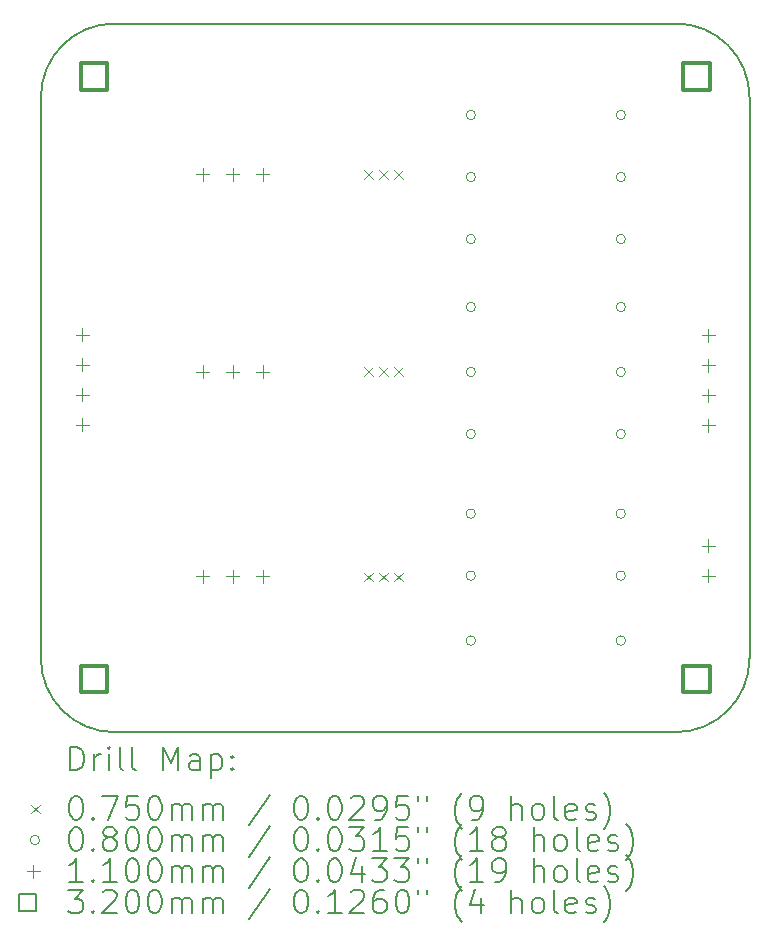
<source format=gbr>
%TF.GenerationSoftware,KiCad,Pcbnew,7.0.8*%
%TF.CreationDate,2023-11-20T10:49:16-05:00*%
%TF.ProjectId,StackLight,53746163-6b4c-4696-9768-742e6b696361,rev?*%
%TF.SameCoordinates,Original*%
%TF.FileFunction,Drillmap*%
%TF.FilePolarity,Positive*%
%FSLAX45Y45*%
G04 Gerber Fmt 4.5, Leading zero omitted, Abs format (unit mm)*
G04 Created by KiCad (PCBNEW 7.0.8) date 2023-11-20 10:49:16*
%MOMM*%
%LPD*%
G01*
G04 APERTURE LIST*
%ADD10C,0.200000*%
%ADD11C,0.075000*%
%ADD12C,0.080000*%
%ADD13C,0.110000*%
%ADD14C,0.320000*%
G04 APERTURE END LIST*
D10*
X16575000Y-7400000D02*
X16575000Y-12150000D01*
X15950000Y-12775000D02*
X11200000Y-12775000D01*
X15950000Y-12775000D02*
G75*
G03*
X16575000Y-12150000I0J625000D01*
G01*
X10575000Y-12150000D02*
G75*
G03*
X11200000Y-12775000I625000J0D01*
G01*
X16575000Y-7400000D02*
G75*
G03*
X15950000Y-6775000I-625000J0D01*
G01*
X10575000Y-12150000D02*
X10575000Y-7400000D01*
X11200000Y-6775000D02*
G75*
G03*
X10575000Y-7400000I0J-625000D01*
G01*
X11200000Y-6775000D02*
X15950000Y-6775000D01*
D11*
X13308500Y-8012500D02*
X13383500Y-8087500D01*
X13383500Y-8012500D02*
X13308500Y-8087500D01*
X13310500Y-9687500D02*
X13385500Y-9762500D01*
X13385500Y-9687500D02*
X13310500Y-9762500D01*
X13310500Y-11423500D02*
X13385500Y-11498500D01*
X13385500Y-11423500D02*
X13310500Y-11498500D01*
X13435500Y-8012500D02*
X13510500Y-8087500D01*
X13510500Y-8012500D02*
X13435500Y-8087500D01*
X13437500Y-9687500D02*
X13512500Y-9762500D01*
X13512500Y-9687500D02*
X13437500Y-9762500D01*
X13437500Y-11423500D02*
X13512500Y-11498500D01*
X13512500Y-11423500D02*
X13437500Y-11498500D01*
X13562500Y-8012500D02*
X13637500Y-8087500D01*
X13637500Y-8012500D02*
X13562500Y-8087500D01*
X13564500Y-9687500D02*
X13639500Y-9762500D01*
X13639500Y-9687500D02*
X13564500Y-9762500D01*
X13564500Y-11423500D02*
X13639500Y-11498500D01*
X13639500Y-11423500D02*
X13564500Y-11498500D01*
D12*
X14255000Y-7550000D02*
G75*
G03*
X14255000Y-7550000I-40000J0D01*
G01*
X14255000Y-8075000D02*
G75*
G03*
X14255000Y-8075000I-40000J0D01*
G01*
X14255000Y-8600000D02*
G75*
G03*
X14255000Y-8600000I-40000J0D01*
G01*
X14255000Y-9175000D02*
G75*
G03*
X14255000Y-9175000I-40000J0D01*
G01*
X14255000Y-9725000D02*
G75*
G03*
X14255000Y-9725000I-40000J0D01*
G01*
X14255000Y-10250000D02*
G75*
G03*
X14255000Y-10250000I-40000J0D01*
G01*
X14255000Y-10925000D02*
G75*
G03*
X14255000Y-10925000I-40000J0D01*
G01*
X14255000Y-11450000D02*
G75*
G03*
X14255000Y-11450000I-40000J0D01*
G01*
X14255000Y-12000000D02*
G75*
G03*
X14255000Y-12000000I-40000J0D01*
G01*
X15525000Y-7550000D02*
G75*
G03*
X15525000Y-7550000I-40000J0D01*
G01*
X15525000Y-8075000D02*
G75*
G03*
X15525000Y-8075000I-40000J0D01*
G01*
X15525000Y-8600000D02*
G75*
G03*
X15525000Y-8600000I-40000J0D01*
G01*
X15525000Y-9175000D02*
G75*
G03*
X15525000Y-9175000I-40000J0D01*
G01*
X15525000Y-9725000D02*
G75*
G03*
X15525000Y-9725000I-40000J0D01*
G01*
X15525000Y-10250000D02*
G75*
G03*
X15525000Y-10250000I-40000J0D01*
G01*
X15525000Y-10925000D02*
G75*
G03*
X15525000Y-10925000I-40000J0D01*
G01*
X15525000Y-11450000D02*
G75*
G03*
X15525000Y-11450000I-40000J0D01*
G01*
X15525000Y-12000000D02*
G75*
G03*
X15525000Y-12000000I-40000J0D01*
G01*
D13*
X10925000Y-9357000D02*
X10925000Y-9467000D01*
X10870000Y-9412000D02*
X10980000Y-9412000D01*
X10925000Y-9611000D02*
X10925000Y-9721000D01*
X10870000Y-9666000D02*
X10980000Y-9666000D01*
X10925000Y-9865000D02*
X10925000Y-9975000D01*
X10870000Y-9920000D02*
X10980000Y-9920000D01*
X10925000Y-10119000D02*
X10925000Y-10229000D01*
X10870000Y-10174000D02*
X10980000Y-10174000D01*
X11946000Y-11400500D02*
X11946000Y-11510500D01*
X11891000Y-11455500D02*
X12001000Y-11455500D01*
X11947000Y-7995000D02*
X11947000Y-8105000D01*
X11892000Y-8050000D02*
X12002000Y-8050000D01*
X11947000Y-9670000D02*
X11947000Y-9780000D01*
X11892000Y-9725000D02*
X12002000Y-9725000D01*
X12200000Y-11400500D02*
X12200000Y-11510500D01*
X12145000Y-11455500D02*
X12255000Y-11455500D01*
X12201000Y-7995000D02*
X12201000Y-8105000D01*
X12146000Y-8050000D02*
X12256000Y-8050000D01*
X12201000Y-9670000D02*
X12201000Y-9780000D01*
X12146000Y-9725000D02*
X12256000Y-9725000D01*
X12454000Y-11400500D02*
X12454000Y-11510500D01*
X12399000Y-11455500D02*
X12509000Y-11455500D01*
X12455000Y-7995000D02*
X12455000Y-8105000D01*
X12400000Y-8050000D02*
X12510000Y-8050000D01*
X12455000Y-9670000D02*
X12455000Y-9780000D01*
X12400000Y-9725000D02*
X12510000Y-9725000D01*
X16225000Y-9358000D02*
X16225000Y-9468000D01*
X16170000Y-9413000D02*
X16280000Y-9413000D01*
X16225000Y-9612000D02*
X16225000Y-9722000D01*
X16170000Y-9667000D02*
X16280000Y-9667000D01*
X16225000Y-9866000D02*
X16225000Y-9976000D01*
X16170000Y-9921000D02*
X16280000Y-9921000D01*
X16225000Y-10120000D02*
X16225000Y-10230000D01*
X16170000Y-10175000D02*
X16280000Y-10175000D01*
X16225000Y-11143000D02*
X16225000Y-11253000D01*
X16170000Y-11198000D02*
X16280000Y-11198000D01*
X16225000Y-11397000D02*
X16225000Y-11507000D01*
X16170000Y-11452000D02*
X16280000Y-11452000D01*
D14*
X11138138Y-7338138D02*
X11138138Y-7111862D01*
X10911862Y-7111862D01*
X10911862Y-7338138D01*
X11138138Y-7338138D01*
X11138138Y-12438138D02*
X11138138Y-12211862D01*
X10911862Y-12211862D01*
X10911862Y-12438138D01*
X11138138Y-12438138D01*
X16238138Y-7338138D02*
X16238138Y-7111862D01*
X16011862Y-7111862D01*
X16011862Y-7338138D01*
X16238138Y-7338138D01*
X16238138Y-12438138D02*
X16238138Y-12211862D01*
X16011862Y-12211862D01*
X16011862Y-12438138D01*
X16238138Y-12438138D01*
D10*
X10825777Y-13096484D02*
X10825777Y-12896484D01*
X10825777Y-12896484D02*
X10873396Y-12896484D01*
X10873396Y-12896484D02*
X10901967Y-12906008D01*
X10901967Y-12906008D02*
X10921015Y-12925055D01*
X10921015Y-12925055D02*
X10930539Y-12944103D01*
X10930539Y-12944103D02*
X10940063Y-12982198D01*
X10940063Y-12982198D02*
X10940063Y-13010769D01*
X10940063Y-13010769D02*
X10930539Y-13048865D01*
X10930539Y-13048865D02*
X10921015Y-13067912D01*
X10921015Y-13067912D02*
X10901967Y-13086960D01*
X10901967Y-13086960D02*
X10873396Y-13096484D01*
X10873396Y-13096484D02*
X10825777Y-13096484D01*
X11025777Y-13096484D02*
X11025777Y-12963150D01*
X11025777Y-13001246D02*
X11035301Y-12982198D01*
X11035301Y-12982198D02*
X11044824Y-12972674D01*
X11044824Y-12972674D02*
X11063872Y-12963150D01*
X11063872Y-12963150D02*
X11082920Y-12963150D01*
X11149586Y-13096484D02*
X11149586Y-12963150D01*
X11149586Y-12896484D02*
X11140063Y-12906008D01*
X11140063Y-12906008D02*
X11149586Y-12915531D01*
X11149586Y-12915531D02*
X11159110Y-12906008D01*
X11159110Y-12906008D02*
X11149586Y-12896484D01*
X11149586Y-12896484D02*
X11149586Y-12915531D01*
X11273396Y-13096484D02*
X11254348Y-13086960D01*
X11254348Y-13086960D02*
X11244824Y-13067912D01*
X11244824Y-13067912D02*
X11244824Y-12896484D01*
X11378158Y-13096484D02*
X11359110Y-13086960D01*
X11359110Y-13086960D02*
X11349586Y-13067912D01*
X11349586Y-13067912D02*
X11349586Y-12896484D01*
X11606729Y-13096484D02*
X11606729Y-12896484D01*
X11606729Y-12896484D02*
X11673396Y-13039341D01*
X11673396Y-13039341D02*
X11740062Y-12896484D01*
X11740062Y-12896484D02*
X11740062Y-13096484D01*
X11921015Y-13096484D02*
X11921015Y-12991722D01*
X11921015Y-12991722D02*
X11911491Y-12972674D01*
X11911491Y-12972674D02*
X11892443Y-12963150D01*
X11892443Y-12963150D02*
X11854348Y-12963150D01*
X11854348Y-12963150D02*
X11835301Y-12972674D01*
X11921015Y-13086960D02*
X11901967Y-13096484D01*
X11901967Y-13096484D02*
X11854348Y-13096484D01*
X11854348Y-13096484D02*
X11835301Y-13086960D01*
X11835301Y-13086960D02*
X11825777Y-13067912D01*
X11825777Y-13067912D02*
X11825777Y-13048865D01*
X11825777Y-13048865D02*
X11835301Y-13029817D01*
X11835301Y-13029817D02*
X11854348Y-13020293D01*
X11854348Y-13020293D02*
X11901967Y-13020293D01*
X11901967Y-13020293D02*
X11921015Y-13010769D01*
X12016253Y-12963150D02*
X12016253Y-13163150D01*
X12016253Y-12972674D02*
X12035301Y-12963150D01*
X12035301Y-12963150D02*
X12073396Y-12963150D01*
X12073396Y-12963150D02*
X12092443Y-12972674D01*
X12092443Y-12972674D02*
X12101967Y-12982198D01*
X12101967Y-12982198D02*
X12111491Y-13001246D01*
X12111491Y-13001246D02*
X12111491Y-13058388D01*
X12111491Y-13058388D02*
X12101967Y-13077436D01*
X12101967Y-13077436D02*
X12092443Y-13086960D01*
X12092443Y-13086960D02*
X12073396Y-13096484D01*
X12073396Y-13096484D02*
X12035301Y-13096484D01*
X12035301Y-13096484D02*
X12016253Y-13086960D01*
X12197205Y-13077436D02*
X12206729Y-13086960D01*
X12206729Y-13086960D02*
X12197205Y-13096484D01*
X12197205Y-13096484D02*
X12187682Y-13086960D01*
X12187682Y-13086960D02*
X12197205Y-13077436D01*
X12197205Y-13077436D02*
X12197205Y-13096484D01*
X12197205Y-12972674D02*
X12206729Y-12982198D01*
X12206729Y-12982198D02*
X12197205Y-12991722D01*
X12197205Y-12991722D02*
X12187682Y-12982198D01*
X12187682Y-12982198D02*
X12197205Y-12972674D01*
X12197205Y-12972674D02*
X12197205Y-12991722D01*
D11*
X10490000Y-13387500D02*
X10565000Y-13462500D01*
X10565000Y-13387500D02*
X10490000Y-13462500D01*
D10*
X10863872Y-13316484D02*
X10882920Y-13316484D01*
X10882920Y-13316484D02*
X10901967Y-13326008D01*
X10901967Y-13326008D02*
X10911491Y-13335531D01*
X10911491Y-13335531D02*
X10921015Y-13354579D01*
X10921015Y-13354579D02*
X10930539Y-13392674D01*
X10930539Y-13392674D02*
X10930539Y-13440293D01*
X10930539Y-13440293D02*
X10921015Y-13478388D01*
X10921015Y-13478388D02*
X10911491Y-13497436D01*
X10911491Y-13497436D02*
X10901967Y-13506960D01*
X10901967Y-13506960D02*
X10882920Y-13516484D01*
X10882920Y-13516484D02*
X10863872Y-13516484D01*
X10863872Y-13516484D02*
X10844824Y-13506960D01*
X10844824Y-13506960D02*
X10835301Y-13497436D01*
X10835301Y-13497436D02*
X10825777Y-13478388D01*
X10825777Y-13478388D02*
X10816253Y-13440293D01*
X10816253Y-13440293D02*
X10816253Y-13392674D01*
X10816253Y-13392674D02*
X10825777Y-13354579D01*
X10825777Y-13354579D02*
X10835301Y-13335531D01*
X10835301Y-13335531D02*
X10844824Y-13326008D01*
X10844824Y-13326008D02*
X10863872Y-13316484D01*
X11016253Y-13497436D02*
X11025777Y-13506960D01*
X11025777Y-13506960D02*
X11016253Y-13516484D01*
X11016253Y-13516484D02*
X11006729Y-13506960D01*
X11006729Y-13506960D02*
X11016253Y-13497436D01*
X11016253Y-13497436D02*
X11016253Y-13516484D01*
X11092444Y-13316484D02*
X11225777Y-13316484D01*
X11225777Y-13316484D02*
X11140063Y-13516484D01*
X11397205Y-13316484D02*
X11301967Y-13316484D01*
X11301967Y-13316484D02*
X11292443Y-13411722D01*
X11292443Y-13411722D02*
X11301967Y-13402198D01*
X11301967Y-13402198D02*
X11321015Y-13392674D01*
X11321015Y-13392674D02*
X11368634Y-13392674D01*
X11368634Y-13392674D02*
X11387682Y-13402198D01*
X11387682Y-13402198D02*
X11397205Y-13411722D01*
X11397205Y-13411722D02*
X11406729Y-13430769D01*
X11406729Y-13430769D02*
X11406729Y-13478388D01*
X11406729Y-13478388D02*
X11397205Y-13497436D01*
X11397205Y-13497436D02*
X11387682Y-13506960D01*
X11387682Y-13506960D02*
X11368634Y-13516484D01*
X11368634Y-13516484D02*
X11321015Y-13516484D01*
X11321015Y-13516484D02*
X11301967Y-13506960D01*
X11301967Y-13506960D02*
X11292443Y-13497436D01*
X11530539Y-13316484D02*
X11549586Y-13316484D01*
X11549586Y-13316484D02*
X11568634Y-13326008D01*
X11568634Y-13326008D02*
X11578158Y-13335531D01*
X11578158Y-13335531D02*
X11587682Y-13354579D01*
X11587682Y-13354579D02*
X11597205Y-13392674D01*
X11597205Y-13392674D02*
X11597205Y-13440293D01*
X11597205Y-13440293D02*
X11587682Y-13478388D01*
X11587682Y-13478388D02*
X11578158Y-13497436D01*
X11578158Y-13497436D02*
X11568634Y-13506960D01*
X11568634Y-13506960D02*
X11549586Y-13516484D01*
X11549586Y-13516484D02*
X11530539Y-13516484D01*
X11530539Y-13516484D02*
X11511491Y-13506960D01*
X11511491Y-13506960D02*
X11501967Y-13497436D01*
X11501967Y-13497436D02*
X11492443Y-13478388D01*
X11492443Y-13478388D02*
X11482920Y-13440293D01*
X11482920Y-13440293D02*
X11482920Y-13392674D01*
X11482920Y-13392674D02*
X11492443Y-13354579D01*
X11492443Y-13354579D02*
X11501967Y-13335531D01*
X11501967Y-13335531D02*
X11511491Y-13326008D01*
X11511491Y-13326008D02*
X11530539Y-13316484D01*
X11682920Y-13516484D02*
X11682920Y-13383150D01*
X11682920Y-13402198D02*
X11692443Y-13392674D01*
X11692443Y-13392674D02*
X11711491Y-13383150D01*
X11711491Y-13383150D02*
X11740063Y-13383150D01*
X11740063Y-13383150D02*
X11759110Y-13392674D01*
X11759110Y-13392674D02*
X11768634Y-13411722D01*
X11768634Y-13411722D02*
X11768634Y-13516484D01*
X11768634Y-13411722D02*
X11778158Y-13392674D01*
X11778158Y-13392674D02*
X11797205Y-13383150D01*
X11797205Y-13383150D02*
X11825777Y-13383150D01*
X11825777Y-13383150D02*
X11844824Y-13392674D01*
X11844824Y-13392674D02*
X11854348Y-13411722D01*
X11854348Y-13411722D02*
X11854348Y-13516484D01*
X11949586Y-13516484D02*
X11949586Y-13383150D01*
X11949586Y-13402198D02*
X11959110Y-13392674D01*
X11959110Y-13392674D02*
X11978158Y-13383150D01*
X11978158Y-13383150D02*
X12006729Y-13383150D01*
X12006729Y-13383150D02*
X12025777Y-13392674D01*
X12025777Y-13392674D02*
X12035301Y-13411722D01*
X12035301Y-13411722D02*
X12035301Y-13516484D01*
X12035301Y-13411722D02*
X12044824Y-13392674D01*
X12044824Y-13392674D02*
X12063872Y-13383150D01*
X12063872Y-13383150D02*
X12092443Y-13383150D01*
X12092443Y-13383150D02*
X12111491Y-13392674D01*
X12111491Y-13392674D02*
X12121015Y-13411722D01*
X12121015Y-13411722D02*
X12121015Y-13516484D01*
X12511491Y-13306960D02*
X12340063Y-13564103D01*
X12768634Y-13316484D02*
X12787682Y-13316484D01*
X12787682Y-13316484D02*
X12806729Y-13326008D01*
X12806729Y-13326008D02*
X12816253Y-13335531D01*
X12816253Y-13335531D02*
X12825777Y-13354579D01*
X12825777Y-13354579D02*
X12835301Y-13392674D01*
X12835301Y-13392674D02*
X12835301Y-13440293D01*
X12835301Y-13440293D02*
X12825777Y-13478388D01*
X12825777Y-13478388D02*
X12816253Y-13497436D01*
X12816253Y-13497436D02*
X12806729Y-13506960D01*
X12806729Y-13506960D02*
X12787682Y-13516484D01*
X12787682Y-13516484D02*
X12768634Y-13516484D01*
X12768634Y-13516484D02*
X12749586Y-13506960D01*
X12749586Y-13506960D02*
X12740063Y-13497436D01*
X12740063Y-13497436D02*
X12730539Y-13478388D01*
X12730539Y-13478388D02*
X12721015Y-13440293D01*
X12721015Y-13440293D02*
X12721015Y-13392674D01*
X12721015Y-13392674D02*
X12730539Y-13354579D01*
X12730539Y-13354579D02*
X12740063Y-13335531D01*
X12740063Y-13335531D02*
X12749586Y-13326008D01*
X12749586Y-13326008D02*
X12768634Y-13316484D01*
X12921015Y-13497436D02*
X12930539Y-13506960D01*
X12930539Y-13506960D02*
X12921015Y-13516484D01*
X12921015Y-13516484D02*
X12911491Y-13506960D01*
X12911491Y-13506960D02*
X12921015Y-13497436D01*
X12921015Y-13497436D02*
X12921015Y-13516484D01*
X13054348Y-13316484D02*
X13073396Y-13316484D01*
X13073396Y-13316484D02*
X13092444Y-13326008D01*
X13092444Y-13326008D02*
X13101967Y-13335531D01*
X13101967Y-13335531D02*
X13111491Y-13354579D01*
X13111491Y-13354579D02*
X13121015Y-13392674D01*
X13121015Y-13392674D02*
X13121015Y-13440293D01*
X13121015Y-13440293D02*
X13111491Y-13478388D01*
X13111491Y-13478388D02*
X13101967Y-13497436D01*
X13101967Y-13497436D02*
X13092444Y-13506960D01*
X13092444Y-13506960D02*
X13073396Y-13516484D01*
X13073396Y-13516484D02*
X13054348Y-13516484D01*
X13054348Y-13516484D02*
X13035301Y-13506960D01*
X13035301Y-13506960D02*
X13025777Y-13497436D01*
X13025777Y-13497436D02*
X13016253Y-13478388D01*
X13016253Y-13478388D02*
X13006729Y-13440293D01*
X13006729Y-13440293D02*
X13006729Y-13392674D01*
X13006729Y-13392674D02*
X13016253Y-13354579D01*
X13016253Y-13354579D02*
X13025777Y-13335531D01*
X13025777Y-13335531D02*
X13035301Y-13326008D01*
X13035301Y-13326008D02*
X13054348Y-13316484D01*
X13197206Y-13335531D02*
X13206729Y-13326008D01*
X13206729Y-13326008D02*
X13225777Y-13316484D01*
X13225777Y-13316484D02*
X13273396Y-13316484D01*
X13273396Y-13316484D02*
X13292444Y-13326008D01*
X13292444Y-13326008D02*
X13301967Y-13335531D01*
X13301967Y-13335531D02*
X13311491Y-13354579D01*
X13311491Y-13354579D02*
X13311491Y-13373627D01*
X13311491Y-13373627D02*
X13301967Y-13402198D01*
X13301967Y-13402198D02*
X13187682Y-13516484D01*
X13187682Y-13516484D02*
X13311491Y-13516484D01*
X13406729Y-13516484D02*
X13444825Y-13516484D01*
X13444825Y-13516484D02*
X13463872Y-13506960D01*
X13463872Y-13506960D02*
X13473396Y-13497436D01*
X13473396Y-13497436D02*
X13492444Y-13468865D01*
X13492444Y-13468865D02*
X13501967Y-13430769D01*
X13501967Y-13430769D02*
X13501967Y-13354579D01*
X13501967Y-13354579D02*
X13492444Y-13335531D01*
X13492444Y-13335531D02*
X13482920Y-13326008D01*
X13482920Y-13326008D02*
X13463872Y-13316484D01*
X13463872Y-13316484D02*
X13425777Y-13316484D01*
X13425777Y-13316484D02*
X13406729Y-13326008D01*
X13406729Y-13326008D02*
X13397206Y-13335531D01*
X13397206Y-13335531D02*
X13387682Y-13354579D01*
X13387682Y-13354579D02*
X13387682Y-13402198D01*
X13387682Y-13402198D02*
X13397206Y-13421246D01*
X13397206Y-13421246D02*
X13406729Y-13430769D01*
X13406729Y-13430769D02*
X13425777Y-13440293D01*
X13425777Y-13440293D02*
X13463872Y-13440293D01*
X13463872Y-13440293D02*
X13482920Y-13430769D01*
X13482920Y-13430769D02*
X13492444Y-13421246D01*
X13492444Y-13421246D02*
X13501967Y-13402198D01*
X13682920Y-13316484D02*
X13587682Y-13316484D01*
X13587682Y-13316484D02*
X13578158Y-13411722D01*
X13578158Y-13411722D02*
X13587682Y-13402198D01*
X13587682Y-13402198D02*
X13606729Y-13392674D01*
X13606729Y-13392674D02*
X13654348Y-13392674D01*
X13654348Y-13392674D02*
X13673396Y-13402198D01*
X13673396Y-13402198D02*
X13682920Y-13411722D01*
X13682920Y-13411722D02*
X13692444Y-13430769D01*
X13692444Y-13430769D02*
X13692444Y-13478388D01*
X13692444Y-13478388D02*
X13682920Y-13497436D01*
X13682920Y-13497436D02*
X13673396Y-13506960D01*
X13673396Y-13506960D02*
X13654348Y-13516484D01*
X13654348Y-13516484D02*
X13606729Y-13516484D01*
X13606729Y-13516484D02*
X13587682Y-13506960D01*
X13587682Y-13506960D02*
X13578158Y-13497436D01*
X13768634Y-13316484D02*
X13768634Y-13354579D01*
X13844825Y-13316484D02*
X13844825Y-13354579D01*
X14140063Y-13592674D02*
X14130539Y-13583150D01*
X14130539Y-13583150D02*
X14111491Y-13554579D01*
X14111491Y-13554579D02*
X14101968Y-13535531D01*
X14101968Y-13535531D02*
X14092444Y-13506960D01*
X14092444Y-13506960D02*
X14082920Y-13459341D01*
X14082920Y-13459341D02*
X14082920Y-13421246D01*
X14082920Y-13421246D02*
X14092444Y-13373627D01*
X14092444Y-13373627D02*
X14101968Y-13345055D01*
X14101968Y-13345055D02*
X14111491Y-13326008D01*
X14111491Y-13326008D02*
X14130539Y-13297436D01*
X14130539Y-13297436D02*
X14140063Y-13287912D01*
X14225777Y-13516484D02*
X14263872Y-13516484D01*
X14263872Y-13516484D02*
X14282920Y-13506960D01*
X14282920Y-13506960D02*
X14292444Y-13497436D01*
X14292444Y-13497436D02*
X14311491Y-13468865D01*
X14311491Y-13468865D02*
X14321015Y-13430769D01*
X14321015Y-13430769D02*
X14321015Y-13354579D01*
X14321015Y-13354579D02*
X14311491Y-13335531D01*
X14311491Y-13335531D02*
X14301968Y-13326008D01*
X14301968Y-13326008D02*
X14282920Y-13316484D01*
X14282920Y-13316484D02*
X14244825Y-13316484D01*
X14244825Y-13316484D02*
X14225777Y-13326008D01*
X14225777Y-13326008D02*
X14216253Y-13335531D01*
X14216253Y-13335531D02*
X14206729Y-13354579D01*
X14206729Y-13354579D02*
X14206729Y-13402198D01*
X14206729Y-13402198D02*
X14216253Y-13421246D01*
X14216253Y-13421246D02*
X14225777Y-13430769D01*
X14225777Y-13430769D02*
X14244825Y-13440293D01*
X14244825Y-13440293D02*
X14282920Y-13440293D01*
X14282920Y-13440293D02*
X14301968Y-13430769D01*
X14301968Y-13430769D02*
X14311491Y-13421246D01*
X14311491Y-13421246D02*
X14321015Y-13402198D01*
X14559110Y-13516484D02*
X14559110Y-13316484D01*
X14644825Y-13516484D02*
X14644825Y-13411722D01*
X14644825Y-13411722D02*
X14635301Y-13392674D01*
X14635301Y-13392674D02*
X14616253Y-13383150D01*
X14616253Y-13383150D02*
X14587682Y-13383150D01*
X14587682Y-13383150D02*
X14568634Y-13392674D01*
X14568634Y-13392674D02*
X14559110Y-13402198D01*
X14768634Y-13516484D02*
X14749587Y-13506960D01*
X14749587Y-13506960D02*
X14740063Y-13497436D01*
X14740063Y-13497436D02*
X14730539Y-13478388D01*
X14730539Y-13478388D02*
X14730539Y-13421246D01*
X14730539Y-13421246D02*
X14740063Y-13402198D01*
X14740063Y-13402198D02*
X14749587Y-13392674D01*
X14749587Y-13392674D02*
X14768634Y-13383150D01*
X14768634Y-13383150D02*
X14797206Y-13383150D01*
X14797206Y-13383150D02*
X14816253Y-13392674D01*
X14816253Y-13392674D02*
X14825777Y-13402198D01*
X14825777Y-13402198D02*
X14835301Y-13421246D01*
X14835301Y-13421246D02*
X14835301Y-13478388D01*
X14835301Y-13478388D02*
X14825777Y-13497436D01*
X14825777Y-13497436D02*
X14816253Y-13506960D01*
X14816253Y-13506960D02*
X14797206Y-13516484D01*
X14797206Y-13516484D02*
X14768634Y-13516484D01*
X14949587Y-13516484D02*
X14930539Y-13506960D01*
X14930539Y-13506960D02*
X14921015Y-13487912D01*
X14921015Y-13487912D02*
X14921015Y-13316484D01*
X15101968Y-13506960D02*
X15082920Y-13516484D01*
X15082920Y-13516484D02*
X15044825Y-13516484D01*
X15044825Y-13516484D02*
X15025777Y-13506960D01*
X15025777Y-13506960D02*
X15016253Y-13487912D01*
X15016253Y-13487912D02*
X15016253Y-13411722D01*
X15016253Y-13411722D02*
X15025777Y-13392674D01*
X15025777Y-13392674D02*
X15044825Y-13383150D01*
X15044825Y-13383150D02*
X15082920Y-13383150D01*
X15082920Y-13383150D02*
X15101968Y-13392674D01*
X15101968Y-13392674D02*
X15111491Y-13411722D01*
X15111491Y-13411722D02*
X15111491Y-13430769D01*
X15111491Y-13430769D02*
X15016253Y-13449817D01*
X15187682Y-13506960D02*
X15206730Y-13516484D01*
X15206730Y-13516484D02*
X15244825Y-13516484D01*
X15244825Y-13516484D02*
X15263872Y-13506960D01*
X15263872Y-13506960D02*
X15273396Y-13487912D01*
X15273396Y-13487912D02*
X15273396Y-13478388D01*
X15273396Y-13478388D02*
X15263872Y-13459341D01*
X15263872Y-13459341D02*
X15244825Y-13449817D01*
X15244825Y-13449817D02*
X15216253Y-13449817D01*
X15216253Y-13449817D02*
X15197206Y-13440293D01*
X15197206Y-13440293D02*
X15187682Y-13421246D01*
X15187682Y-13421246D02*
X15187682Y-13411722D01*
X15187682Y-13411722D02*
X15197206Y-13392674D01*
X15197206Y-13392674D02*
X15216253Y-13383150D01*
X15216253Y-13383150D02*
X15244825Y-13383150D01*
X15244825Y-13383150D02*
X15263872Y-13392674D01*
X15340063Y-13592674D02*
X15349587Y-13583150D01*
X15349587Y-13583150D02*
X15368634Y-13554579D01*
X15368634Y-13554579D02*
X15378158Y-13535531D01*
X15378158Y-13535531D02*
X15387682Y-13506960D01*
X15387682Y-13506960D02*
X15397206Y-13459341D01*
X15397206Y-13459341D02*
X15397206Y-13421246D01*
X15397206Y-13421246D02*
X15387682Y-13373627D01*
X15387682Y-13373627D02*
X15378158Y-13345055D01*
X15378158Y-13345055D02*
X15368634Y-13326008D01*
X15368634Y-13326008D02*
X15349587Y-13297436D01*
X15349587Y-13297436D02*
X15340063Y-13287912D01*
D12*
X10565000Y-13689000D02*
G75*
G03*
X10565000Y-13689000I-40000J0D01*
G01*
D10*
X10863872Y-13580484D02*
X10882920Y-13580484D01*
X10882920Y-13580484D02*
X10901967Y-13590008D01*
X10901967Y-13590008D02*
X10911491Y-13599531D01*
X10911491Y-13599531D02*
X10921015Y-13618579D01*
X10921015Y-13618579D02*
X10930539Y-13656674D01*
X10930539Y-13656674D02*
X10930539Y-13704293D01*
X10930539Y-13704293D02*
X10921015Y-13742388D01*
X10921015Y-13742388D02*
X10911491Y-13761436D01*
X10911491Y-13761436D02*
X10901967Y-13770960D01*
X10901967Y-13770960D02*
X10882920Y-13780484D01*
X10882920Y-13780484D02*
X10863872Y-13780484D01*
X10863872Y-13780484D02*
X10844824Y-13770960D01*
X10844824Y-13770960D02*
X10835301Y-13761436D01*
X10835301Y-13761436D02*
X10825777Y-13742388D01*
X10825777Y-13742388D02*
X10816253Y-13704293D01*
X10816253Y-13704293D02*
X10816253Y-13656674D01*
X10816253Y-13656674D02*
X10825777Y-13618579D01*
X10825777Y-13618579D02*
X10835301Y-13599531D01*
X10835301Y-13599531D02*
X10844824Y-13590008D01*
X10844824Y-13590008D02*
X10863872Y-13580484D01*
X11016253Y-13761436D02*
X11025777Y-13770960D01*
X11025777Y-13770960D02*
X11016253Y-13780484D01*
X11016253Y-13780484D02*
X11006729Y-13770960D01*
X11006729Y-13770960D02*
X11016253Y-13761436D01*
X11016253Y-13761436D02*
X11016253Y-13780484D01*
X11140063Y-13666198D02*
X11121015Y-13656674D01*
X11121015Y-13656674D02*
X11111491Y-13647150D01*
X11111491Y-13647150D02*
X11101967Y-13628103D01*
X11101967Y-13628103D02*
X11101967Y-13618579D01*
X11101967Y-13618579D02*
X11111491Y-13599531D01*
X11111491Y-13599531D02*
X11121015Y-13590008D01*
X11121015Y-13590008D02*
X11140063Y-13580484D01*
X11140063Y-13580484D02*
X11178158Y-13580484D01*
X11178158Y-13580484D02*
X11197205Y-13590008D01*
X11197205Y-13590008D02*
X11206729Y-13599531D01*
X11206729Y-13599531D02*
X11216253Y-13618579D01*
X11216253Y-13618579D02*
X11216253Y-13628103D01*
X11216253Y-13628103D02*
X11206729Y-13647150D01*
X11206729Y-13647150D02*
X11197205Y-13656674D01*
X11197205Y-13656674D02*
X11178158Y-13666198D01*
X11178158Y-13666198D02*
X11140063Y-13666198D01*
X11140063Y-13666198D02*
X11121015Y-13675722D01*
X11121015Y-13675722D02*
X11111491Y-13685246D01*
X11111491Y-13685246D02*
X11101967Y-13704293D01*
X11101967Y-13704293D02*
X11101967Y-13742388D01*
X11101967Y-13742388D02*
X11111491Y-13761436D01*
X11111491Y-13761436D02*
X11121015Y-13770960D01*
X11121015Y-13770960D02*
X11140063Y-13780484D01*
X11140063Y-13780484D02*
X11178158Y-13780484D01*
X11178158Y-13780484D02*
X11197205Y-13770960D01*
X11197205Y-13770960D02*
X11206729Y-13761436D01*
X11206729Y-13761436D02*
X11216253Y-13742388D01*
X11216253Y-13742388D02*
X11216253Y-13704293D01*
X11216253Y-13704293D02*
X11206729Y-13685246D01*
X11206729Y-13685246D02*
X11197205Y-13675722D01*
X11197205Y-13675722D02*
X11178158Y-13666198D01*
X11340062Y-13580484D02*
X11359110Y-13580484D01*
X11359110Y-13580484D02*
X11378158Y-13590008D01*
X11378158Y-13590008D02*
X11387682Y-13599531D01*
X11387682Y-13599531D02*
X11397205Y-13618579D01*
X11397205Y-13618579D02*
X11406729Y-13656674D01*
X11406729Y-13656674D02*
X11406729Y-13704293D01*
X11406729Y-13704293D02*
X11397205Y-13742388D01*
X11397205Y-13742388D02*
X11387682Y-13761436D01*
X11387682Y-13761436D02*
X11378158Y-13770960D01*
X11378158Y-13770960D02*
X11359110Y-13780484D01*
X11359110Y-13780484D02*
X11340062Y-13780484D01*
X11340062Y-13780484D02*
X11321015Y-13770960D01*
X11321015Y-13770960D02*
X11311491Y-13761436D01*
X11311491Y-13761436D02*
X11301967Y-13742388D01*
X11301967Y-13742388D02*
X11292443Y-13704293D01*
X11292443Y-13704293D02*
X11292443Y-13656674D01*
X11292443Y-13656674D02*
X11301967Y-13618579D01*
X11301967Y-13618579D02*
X11311491Y-13599531D01*
X11311491Y-13599531D02*
X11321015Y-13590008D01*
X11321015Y-13590008D02*
X11340062Y-13580484D01*
X11530539Y-13580484D02*
X11549586Y-13580484D01*
X11549586Y-13580484D02*
X11568634Y-13590008D01*
X11568634Y-13590008D02*
X11578158Y-13599531D01*
X11578158Y-13599531D02*
X11587682Y-13618579D01*
X11587682Y-13618579D02*
X11597205Y-13656674D01*
X11597205Y-13656674D02*
X11597205Y-13704293D01*
X11597205Y-13704293D02*
X11587682Y-13742388D01*
X11587682Y-13742388D02*
X11578158Y-13761436D01*
X11578158Y-13761436D02*
X11568634Y-13770960D01*
X11568634Y-13770960D02*
X11549586Y-13780484D01*
X11549586Y-13780484D02*
X11530539Y-13780484D01*
X11530539Y-13780484D02*
X11511491Y-13770960D01*
X11511491Y-13770960D02*
X11501967Y-13761436D01*
X11501967Y-13761436D02*
X11492443Y-13742388D01*
X11492443Y-13742388D02*
X11482920Y-13704293D01*
X11482920Y-13704293D02*
X11482920Y-13656674D01*
X11482920Y-13656674D02*
X11492443Y-13618579D01*
X11492443Y-13618579D02*
X11501967Y-13599531D01*
X11501967Y-13599531D02*
X11511491Y-13590008D01*
X11511491Y-13590008D02*
X11530539Y-13580484D01*
X11682920Y-13780484D02*
X11682920Y-13647150D01*
X11682920Y-13666198D02*
X11692443Y-13656674D01*
X11692443Y-13656674D02*
X11711491Y-13647150D01*
X11711491Y-13647150D02*
X11740063Y-13647150D01*
X11740063Y-13647150D02*
X11759110Y-13656674D01*
X11759110Y-13656674D02*
X11768634Y-13675722D01*
X11768634Y-13675722D02*
X11768634Y-13780484D01*
X11768634Y-13675722D02*
X11778158Y-13656674D01*
X11778158Y-13656674D02*
X11797205Y-13647150D01*
X11797205Y-13647150D02*
X11825777Y-13647150D01*
X11825777Y-13647150D02*
X11844824Y-13656674D01*
X11844824Y-13656674D02*
X11854348Y-13675722D01*
X11854348Y-13675722D02*
X11854348Y-13780484D01*
X11949586Y-13780484D02*
X11949586Y-13647150D01*
X11949586Y-13666198D02*
X11959110Y-13656674D01*
X11959110Y-13656674D02*
X11978158Y-13647150D01*
X11978158Y-13647150D02*
X12006729Y-13647150D01*
X12006729Y-13647150D02*
X12025777Y-13656674D01*
X12025777Y-13656674D02*
X12035301Y-13675722D01*
X12035301Y-13675722D02*
X12035301Y-13780484D01*
X12035301Y-13675722D02*
X12044824Y-13656674D01*
X12044824Y-13656674D02*
X12063872Y-13647150D01*
X12063872Y-13647150D02*
X12092443Y-13647150D01*
X12092443Y-13647150D02*
X12111491Y-13656674D01*
X12111491Y-13656674D02*
X12121015Y-13675722D01*
X12121015Y-13675722D02*
X12121015Y-13780484D01*
X12511491Y-13570960D02*
X12340063Y-13828103D01*
X12768634Y-13580484D02*
X12787682Y-13580484D01*
X12787682Y-13580484D02*
X12806729Y-13590008D01*
X12806729Y-13590008D02*
X12816253Y-13599531D01*
X12816253Y-13599531D02*
X12825777Y-13618579D01*
X12825777Y-13618579D02*
X12835301Y-13656674D01*
X12835301Y-13656674D02*
X12835301Y-13704293D01*
X12835301Y-13704293D02*
X12825777Y-13742388D01*
X12825777Y-13742388D02*
X12816253Y-13761436D01*
X12816253Y-13761436D02*
X12806729Y-13770960D01*
X12806729Y-13770960D02*
X12787682Y-13780484D01*
X12787682Y-13780484D02*
X12768634Y-13780484D01*
X12768634Y-13780484D02*
X12749586Y-13770960D01*
X12749586Y-13770960D02*
X12740063Y-13761436D01*
X12740063Y-13761436D02*
X12730539Y-13742388D01*
X12730539Y-13742388D02*
X12721015Y-13704293D01*
X12721015Y-13704293D02*
X12721015Y-13656674D01*
X12721015Y-13656674D02*
X12730539Y-13618579D01*
X12730539Y-13618579D02*
X12740063Y-13599531D01*
X12740063Y-13599531D02*
X12749586Y-13590008D01*
X12749586Y-13590008D02*
X12768634Y-13580484D01*
X12921015Y-13761436D02*
X12930539Y-13770960D01*
X12930539Y-13770960D02*
X12921015Y-13780484D01*
X12921015Y-13780484D02*
X12911491Y-13770960D01*
X12911491Y-13770960D02*
X12921015Y-13761436D01*
X12921015Y-13761436D02*
X12921015Y-13780484D01*
X13054348Y-13580484D02*
X13073396Y-13580484D01*
X13073396Y-13580484D02*
X13092444Y-13590008D01*
X13092444Y-13590008D02*
X13101967Y-13599531D01*
X13101967Y-13599531D02*
X13111491Y-13618579D01*
X13111491Y-13618579D02*
X13121015Y-13656674D01*
X13121015Y-13656674D02*
X13121015Y-13704293D01*
X13121015Y-13704293D02*
X13111491Y-13742388D01*
X13111491Y-13742388D02*
X13101967Y-13761436D01*
X13101967Y-13761436D02*
X13092444Y-13770960D01*
X13092444Y-13770960D02*
X13073396Y-13780484D01*
X13073396Y-13780484D02*
X13054348Y-13780484D01*
X13054348Y-13780484D02*
X13035301Y-13770960D01*
X13035301Y-13770960D02*
X13025777Y-13761436D01*
X13025777Y-13761436D02*
X13016253Y-13742388D01*
X13016253Y-13742388D02*
X13006729Y-13704293D01*
X13006729Y-13704293D02*
X13006729Y-13656674D01*
X13006729Y-13656674D02*
X13016253Y-13618579D01*
X13016253Y-13618579D02*
X13025777Y-13599531D01*
X13025777Y-13599531D02*
X13035301Y-13590008D01*
X13035301Y-13590008D02*
X13054348Y-13580484D01*
X13187682Y-13580484D02*
X13311491Y-13580484D01*
X13311491Y-13580484D02*
X13244825Y-13656674D01*
X13244825Y-13656674D02*
X13273396Y-13656674D01*
X13273396Y-13656674D02*
X13292444Y-13666198D01*
X13292444Y-13666198D02*
X13301967Y-13675722D01*
X13301967Y-13675722D02*
X13311491Y-13694769D01*
X13311491Y-13694769D02*
X13311491Y-13742388D01*
X13311491Y-13742388D02*
X13301967Y-13761436D01*
X13301967Y-13761436D02*
X13292444Y-13770960D01*
X13292444Y-13770960D02*
X13273396Y-13780484D01*
X13273396Y-13780484D02*
X13216253Y-13780484D01*
X13216253Y-13780484D02*
X13197206Y-13770960D01*
X13197206Y-13770960D02*
X13187682Y-13761436D01*
X13501967Y-13780484D02*
X13387682Y-13780484D01*
X13444825Y-13780484D02*
X13444825Y-13580484D01*
X13444825Y-13580484D02*
X13425777Y-13609055D01*
X13425777Y-13609055D02*
X13406729Y-13628103D01*
X13406729Y-13628103D02*
X13387682Y-13637627D01*
X13682920Y-13580484D02*
X13587682Y-13580484D01*
X13587682Y-13580484D02*
X13578158Y-13675722D01*
X13578158Y-13675722D02*
X13587682Y-13666198D01*
X13587682Y-13666198D02*
X13606729Y-13656674D01*
X13606729Y-13656674D02*
X13654348Y-13656674D01*
X13654348Y-13656674D02*
X13673396Y-13666198D01*
X13673396Y-13666198D02*
X13682920Y-13675722D01*
X13682920Y-13675722D02*
X13692444Y-13694769D01*
X13692444Y-13694769D02*
X13692444Y-13742388D01*
X13692444Y-13742388D02*
X13682920Y-13761436D01*
X13682920Y-13761436D02*
X13673396Y-13770960D01*
X13673396Y-13770960D02*
X13654348Y-13780484D01*
X13654348Y-13780484D02*
X13606729Y-13780484D01*
X13606729Y-13780484D02*
X13587682Y-13770960D01*
X13587682Y-13770960D02*
X13578158Y-13761436D01*
X13768634Y-13580484D02*
X13768634Y-13618579D01*
X13844825Y-13580484D02*
X13844825Y-13618579D01*
X14140063Y-13856674D02*
X14130539Y-13847150D01*
X14130539Y-13847150D02*
X14111491Y-13818579D01*
X14111491Y-13818579D02*
X14101968Y-13799531D01*
X14101968Y-13799531D02*
X14092444Y-13770960D01*
X14092444Y-13770960D02*
X14082920Y-13723341D01*
X14082920Y-13723341D02*
X14082920Y-13685246D01*
X14082920Y-13685246D02*
X14092444Y-13637627D01*
X14092444Y-13637627D02*
X14101968Y-13609055D01*
X14101968Y-13609055D02*
X14111491Y-13590008D01*
X14111491Y-13590008D02*
X14130539Y-13561436D01*
X14130539Y-13561436D02*
X14140063Y-13551912D01*
X14321015Y-13780484D02*
X14206729Y-13780484D01*
X14263872Y-13780484D02*
X14263872Y-13580484D01*
X14263872Y-13580484D02*
X14244825Y-13609055D01*
X14244825Y-13609055D02*
X14225777Y-13628103D01*
X14225777Y-13628103D02*
X14206729Y-13637627D01*
X14435301Y-13666198D02*
X14416253Y-13656674D01*
X14416253Y-13656674D02*
X14406729Y-13647150D01*
X14406729Y-13647150D02*
X14397206Y-13628103D01*
X14397206Y-13628103D02*
X14397206Y-13618579D01*
X14397206Y-13618579D02*
X14406729Y-13599531D01*
X14406729Y-13599531D02*
X14416253Y-13590008D01*
X14416253Y-13590008D02*
X14435301Y-13580484D01*
X14435301Y-13580484D02*
X14473396Y-13580484D01*
X14473396Y-13580484D02*
X14492444Y-13590008D01*
X14492444Y-13590008D02*
X14501968Y-13599531D01*
X14501968Y-13599531D02*
X14511491Y-13618579D01*
X14511491Y-13618579D02*
X14511491Y-13628103D01*
X14511491Y-13628103D02*
X14501968Y-13647150D01*
X14501968Y-13647150D02*
X14492444Y-13656674D01*
X14492444Y-13656674D02*
X14473396Y-13666198D01*
X14473396Y-13666198D02*
X14435301Y-13666198D01*
X14435301Y-13666198D02*
X14416253Y-13675722D01*
X14416253Y-13675722D02*
X14406729Y-13685246D01*
X14406729Y-13685246D02*
X14397206Y-13704293D01*
X14397206Y-13704293D02*
X14397206Y-13742388D01*
X14397206Y-13742388D02*
X14406729Y-13761436D01*
X14406729Y-13761436D02*
X14416253Y-13770960D01*
X14416253Y-13770960D02*
X14435301Y-13780484D01*
X14435301Y-13780484D02*
X14473396Y-13780484D01*
X14473396Y-13780484D02*
X14492444Y-13770960D01*
X14492444Y-13770960D02*
X14501968Y-13761436D01*
X14501968Y-13761436D02*
X14511491Y-13742388D01*
X14511491Y-13742388D02*
X14511491Y-13704293D01*
X14511491Y-13704293D02*
X14501968Y-13685246D01*
X14501968Y-13685246D02*
X14492444Y-13675722D01*
X14492444Y-13675722D02*
X14473396Y-13666198D01*
X14749587Y-13780484D02*
X14749587Y-13580484D01*
X14835301Y-13780484D02*
X14835301Y-13675722D01*
X14835301Y-13675722D02*
X14825777Y-13656674D01*
X14825777Y-13656674D02*
X14806730Y-13647150D01*
X14806730Y-13647150D02*
X14778158Y-13647150D01*
X14778158Y-13647150D02*
X14759110Y-13656674D01*
X14759110Y-13656674D02*
X14749587Y-13666198D01*
X14959110Y-13780484D02*
X14940063Y-13770960D01*
X14940063Y-13770960D02*
X14930539Y-13761436D01*
X14930539Y-13761436D02*
X14921015Y-13742388D01*
X14921015Y-13742388D02*
X14921015Y-13685246D01*
X14921015Y-13685246D02*
X14930539Y-13666198D01*
X14930539Y-13666198D02*
X14940063Y-13656674D01*
X14940063Y-13656674D02*
X14959110Y-13647150D01*
X14959110Y-13647150D02*
X14987682Y-13647150D01*
X14987682Y-13647150D02*
X15006730Y-13656674D01*
X15006730Y-13656674D02*
X15016253Y-13666198D01*
X15016253Y-13666198D02*
X15025777Y-13685246D01*
X15025777Y-13685246D02*
X15025777Y-13742388D01*
X15025777Y-13742388D02*
X15016253Y-13761436D01*
X15016253Y-13761436D02*
X15006730Y-13770960D01*
X15006730Y-13770960D02*
X14987682Y-13780484D01*
X14987682Y-13780484D02*
X14959110Y-13780484D01*
X15140063Y-13780484D02*
X15121015Y-13770960D01*
X15121015Y-13770960D02*
X15111491Y-13751912D01*
X15111491Y-13751912D02*
X15111491Y-13580484D01*
X15292444Y-13770960D02*
X15273396Y-13780484D01*
X15273396Y-13780484D02*
X15235301Y-13780484D01*
X15235301Y-13780484D02*
X15216253Y-13770960D01*
X15216253Y-13770960D02*
X15206730Y-13751912D01*
X15206730Y-13751912D02*
X15206730Y-13675722D01*
X15206730Y-13675722D02*
X15216253Y-13656674D01*
X15216253Y-13656674D02*
X15235301Y-13647150D01*
X15235301Y-13647150D02*
X15273396Y-13647150D01*
X15273396Y-13647150D02*
X15292444Y-13656674D01*
X15292444Y-13656674D02*
X15301968Y-13675722D01*
X15301968Y-13675722D02*
X15301968Y-13694769D01*
X15301968Y-13694769D02*
X15206730Y-13713817D01*
X15378158Y-13770960D02*
X15397206Y-13780484D01*
X15397206Y-13780484D02*
X15435301Y-13780484D01*
X15435301Y-13780484D02*
X15454349Y-13770960D01*
X15454349Y-13770960D02*
X15463872Y-13751912D01*
X15463872Y-13751912D02*
X15463872Y-13742388D01*
X15463872Y-13742388D02*
X15454349Y-13723341D01*
X15454349Y-13723341D02*
X15435301Y-13713817D01*
X15435301Y-13713817D02*
X15406730Y-13713817D01*
X15406730Y-13713817D02*
X15387682Y-13704293D01*
X15387682Y-13704293D02*
X15378158Y-13685246D01*
X15378158Y-13685246D02*
X15378158Y-13675722D01*
X15378158Y-13675722D02*
X15387682Y-13656674D01*
X15387682Y-13656674D02*
X15406730Y-13647150D01*
X15406730Y-13647150D02*
X15435301Y-13647150D01*
X15435301Y-13647150D02*
X15454349Y-13656674D01*
X15530539Y-13856674D02*
X15540063Y-13847150D01*
X15540063Y-13847150D02*
X15559111Y-13818579D01*
X15559111Y-13818579D02*
X15568634Y-13799531D01*
X15568634Y-13799531D02*
X15578158Y-13770960D01*
X15578158Y-13770960D02*
X15587682Y-13723341D01*
X15587682Y-13723341D02*
X15587682Y-13685246D01*
X15587682Y-13685246D02*
X15578158Y-13637627D01*
X15578158Y-13637627D02*
X15568634Y-13609055D01*
X15568634Y-13609055D02*
X15559111Y-13590008D01*
X15559111Y-13590008D02*
X15540063Y-13561436D01*
X15540063Y-13561436D02*
X15530539Y-13551912D01*
D13*
X10510000Y-13898000D02*
X10510000Y-14008000D01*
X10455000Y-13953000D02*
X10565000Y-13953000D01*
D10*
X10930539Y-14044484D02*
X10816253Y-14044484D01*
X10873396Y-14044484D02*
X10873396Y-13844484D01*
X10873396Y-13844484D02*
X10854348Y-13873055D01*
X10854348Y-13873055D02*
X10835301Y-13892103D01*
X10835301Y-13892103D02*
X10816253Y-13901627D01*
X11016253Y-14025436D02*
X11025777Y-14034960D01*
X11025777Y-14034960D02*
X11016253Y-14044484D01*
X11016253Y-14044484D02*
X11006729Y-14034960D01*
X11006729Y-14034960D02*
X11016253Y-14025436D01*
X11016253Y-14025436D02*
X11016253Y-14044484D01*
X11216253Y-14044484D02*
X11101967Y-14044484D01*
X11159110Y-14044484D02*
X11159110Y-13844484D01*
X11159110Y-13844484D02*
X11140063Y-13873055D01*
X11140063Y-13873055D02*
X11121015Y-13892103D01*
X11121015Y-13892103D02*
X11101967Y-13901627D01*
X11340062Y-13844484D02*
X11359110Y-13844484D01*
X11359110Y-13844484D02*
X11378158Y-13854008D01*
X11378158Y-13854008D02*
X11387682Y-13863531D01*
X11387682Y-13863531D02*
X11397205Y-13882579D01*
X11397205Y-13882579D02*
X11406729Y-13920674D01*
X11406729Y-13920674D02*
X11406729Y-13968293D01*
X11406729Y-13968293D02*
X11397205Y-14006388D01*
X11397205Y-14006388D02*
X11387682Y-14025436D01*
X11387682Y-14025436D02*
X11378158Y-14034960D01*
X11378158Y-14034960D02*
X11359110Y-14044484D01*
X11359110Y-14044484D02*
X11340062Y-14044484D01*
X11340062Y-14044484D02*
X11321015Y-14034960D01*
X11321015Y-14034960D02*
X11311491Y-14025436D01*
X11311491Y-14025436D02*
X11301967Y-14006388D01*
X11301967Y-14006388D02*
X11292443Y-13968293D01*
X11292443Y-13968293D02*
X11292443Y-13920674D01*
X11292443Y-13920674D02*
X11301967Y-13882579D01*
X11301967Y-13882579D02*
X11311491Y-13863531D01*
X11311491Y-13863531D02*
X11321015Y-13854008D01*
X11321015Y-13854008D02*
X11340062Y-13844484D01*
X11530539Y-13844484D02*
X11549586Y-13844484D01*
X11549586Y-13844484D02*
X11568634Y-13854008D01*
X11568634Y-13854008D02*
X11578158Y-13863531D01*
X11578158Y-13863531D02*
X11587682Y-13882579D01*
X11587682Y-13882579D02*
X11597205Y-13920674D01*
X11597205Y-13920674D02*
X11597205Y-13968293D01*
X11597205Y-13968293D02*
X11587682Y-14006388D01*
X11587682Y-14006388D02*
X11578158Y-14025436D01*
X11578158Y-14025436D02*
X11568634Y-14034960D01*
X11568634Y-14034960D02*
X11549586Y-14044484D01*
X11549586Y-14044484D02*
X11530539Y-14044484D01*
X11530539Y-14044484D02*
X11511491Y-14034960D01*
X11511491Y-14034960D02*
X11501967Y-14025436D01*
X11501967Y-14025436D02*
X11492443Y-14006388D01*
X11492443Y-14006388D02*
X11482920Y-13968293D01*
X11482920Y-13968293D02*
X11482920Y-13920674D01*
X11482920Y-13920674D02*
X11492443Y-13882579D01*
X11492443Y-13882579D02*
X11501967Y-13863531D01*
X11501967Y-13863531D02*
X11511491Y-13854008D01*
X11511491Y-13854008D02*
X11530539Y-13844484D01*
X11682920Y-14044484D02*
X11682920Y-13911150D01*
X11682920Y-13930198D02*
X11692443Y-13920674D01*
X11692443Y-13920674D02*
X11711491Y-13911150D01*
X11711491Y-13911150D02*
X11740063Y-13911150D01*
X11740063Y-13911150D02*
X11759110Y-13920674D01*
X11759110Y-13920674D02*
X11768634Y-13939722D01*
X11768634Y-13939722D02*
X11768634Y-14044484D01*
X11768634Y-13939722D02*
X11778158Y-13920674D01*
X11778158Y-13920674D02*
X11797205Y-13911150D01*
X11797205Y-13911150D02*
X11825777Y-13911150D01*
X11825777Y-13911150D02*
X11844824Y-13920674D01*
X11844824Y-13920674D02*
X11854348Y-13939722D01*
X11854348Y-13939722D02*
X11854348Y-14044484D01*
X11949586Y-14044484D02*
X11949586Y-13911150D01*
X11949586Y-13930198D02*
X11959110Y-13920674D01*
X11959110Y-13920674D02*
X11978158Y-13911150D01*
X11978158Y-13911150D02*
X12006729Y-13911150D01*
X12006729Y-13911150D02*
X12025777Y-13920674D01*
X12025777Y-13920674D02*
X12035301Y-13939722D01*
X12035301Y-13939722D02*
X12035301Y-14044484D01*
X12035301Y-13939722D02*
X12044824Y-13920674D01*
X12044824Y-13920674D02*
X12063872Y-13911150D01*
X12063872Y-13911150D02*
X12092443Y-13911150D01*
X12092443Y-13911150D02*
X12111491Y-13920674D01*
X12111491Y-13920674D02*
X12121015Y-13939722D01*
X12121015Y-13939722D02*
X12121015Y-14044484D01*
X12511491Y-13834960D02*
X12340063Y-14092103D01*
X12768634Y-13844484D02*
X12787682Y-13844484D01*
X12787682Y-13844484D02*
X12806729Y-13854008D01*
X12806729Y-13854008D02*
X12816253Y-13863531D01*
X12816253Y-13863531D02*
X12825777Y-13882579D01*
X12825777Y-13882579D02*
X12835301Y-13920674D01*
X12835301Y-13920674D02*
X12835301Y-13968293D01*
X12835301Y-13968293D02*
X12825777Y-14006388D01*
X12825777Y-14006388D02*
X12816253Y-14025436D01*
X12816253Y-14025436D02*
X12806729Y-14034960D01*
X12806729Y-14034960D02*
X12787682Y-14044484D01*
X12787682Y-14044484D02*
X12768634Y-14044484D01*
X12768634Y-14044484D02*
X12749586Y-14034960D01*
X12749586Y-14034960D02*
X12740063Y-14025436D01*
X12740063Y-14025436D02*
X12730539Y-14006388D01*
X12730539Y-14006388D02*
X12721015Y-13968293D01*
X12721015Y-13968293D02*
X12721015Y-13920674D01*
X12721015Y-13920674D02*
X12730539Y-13882579D01*
X12730539Y-13882579D02*
X12740063Y-13863531D01*
X12740063Y-13863531D02*
X12749586Y-13854008D01*
X12749586Y-13854008D02*
X12768634Y-13844484D01*
X12921015Y-14025436D02*
X12930539Y-14034960D01*
X12930539Y-14034960D02*
X12921015Y-14044484D01*
X12921015Y-14044484D02*
X12911491Y-14034960D01*
X12911491Y-14034960D02*
X12921015Y-14025436D01*
X12921015Y-14025436D02*
X12921015Y-14044484D01*
X13054348Y-13844484D02*
X13073396Y-13844484D01*
X13073396Y-13844484D02*
X13092444Y-13854008D01*
X13092444Y-13854008D02*
X13101967Y-13863531D01*
X13101967Y-13863531D02*
X13111491Y-13882579D01*
X13111491Y-13882579D02*
X13121015Y-13920674D01*
X13121015Y-13920674D02*
X13121015Y-13968293D01*
X13121015Y-13968293D02*
X13111491Y-14006388D01*
X13111491Y-14006388D02*
X13101967Y-14025436D01*
X13101967Y-14025436D02*
X13092444Y-14034960D01*
X13092444Y-14034960D02*
X13073396Y-14044484D01*
X13073396Y-14044484D02*
X13054348Y-14044484D01*
X13054348Y-14044484D02*
X13035301Y-14034960D01*
X13035301Y-14034960D02*
X13025777Y-14025436D01*
X13025777Y-14025436D02*
X13016253Y-14006388D01*
X13016253Y-14006388D02*
X13006729Y-13968293D01*
X13006729Y-13968293D02*
X13006729Y-13920674D01*
X13006729Y-13920674D02*
X13016253Y-13882579D01*
X13016253Y-13882579D02*
X13025777Y-13863531D01*
X13025777Y-13863531D02*
X13035301Y-13854008D01*
X13035301Y-13854008D02*
X13054348Y-13844484D01*
X13292444Y-13911150D02*
X13292444Y-14044484D01*
X13244825Y-13834960D02*
X13197206Y-13977817D01*
X13197206Y-13977817D02*
X13321015Y-13977817D01*
X13378158Y-13844484D02*
X13501967Y-13844484D01*
X13501967Y-13844484D02*
X13435301Y-13920674D01*
X13435301Y-13920674D02*
X13463872Y-13920674D01*
X13463872Y-13920674D02*
X13482920Y-13930198D01*
X13482920Y-13930198D02*
X13492444Y-13939722D01*
X13492444Y-13939722D02*
X13501967Y-13958769D01*
X13501967Y-13958769D02*
X13501967Y-14006388D01*
X13501967Y-14006388D02*
X13492444Y-14025436D01*
X13492444Y-14025436D02*
X13482920Y-14034960D01*
X13482920Y-14034960D02*
X13463872Y-14044484D01*
X13463872Y-14044484D02*
X13406729Y-14044484D01*
X13406729Y-14044484D02*
X13387682Y-14034960D01*
X13387682Y-14034960D02*
X13378158Y-14025436D01*
X13568634Y-13844484D02*
X13692444Y-13844484D01*
X13692444Y-13844484D02*
X13625777Y-13920674D01*
X13625777Y-13920674D02*
X13654348Y-13920674D01*
X13654348Y-13920674D02*
X13673396Y-13930198D01*
X13673396Y-13930198D02*
X13682920Y-13939722D01*
X13682920Y-13939722D02*
X13692444Y-13958769D01*
X13692444Y-13958769D02*
X13692444Y-14006388D01*
X13692444Y-14006388D02*
X13682920Y-14025436D01*
X13682920Y-14025436D02*
X13673396Y-14034960D01*
X13673396Y-14034960D02*
X13654348Y-14044484D01*
X13654348Y-14044484D02*
X13597206Y-14044484D01*
X13597206Y-14044484D02*
X13578158Y-14034960D01*
X13578158Y-14034960D02*
X13568634Y-14025436D01*
X13768634Y-13844484D02*
X13768634Y-13882579D01*
X13844825Y-13844484D02*
X13844825Y-13882579D01*
X14140063Y-14120674D02*
X14130539Y-14111150D01*
X14130539Y-14111150D02*
X14111491Y-14082579D01*
X14111491Y-14082579D02*
X14101968Y-14063531D01*
X14101968Y-14063531D02*
X14092444Y-14034960D01*
X14092444Y-14034960D02*
X14082920Y-13987341D01*
X14082920Y-13987341D02*
X14082920Y-13949246D01*
X14082920Y-13949246D02*
X14092444Y-13901627D01*
X14092444Y-13901627D02*
X14101968Y-13873055D01*
X14101968Y-13873055D02*
X14111491Y-13854008D01*
X14111491Y-13854008D02*
X14130539Y-13825436D01*
X14130539Y-13825436D02*
X14140063Y-13815912D01*
X14321015Y-14044484D02*
X14206729Y-14044484D01*
X14263872Y-14044484D02*
X14263872Y-13844484D01*
X14263872Y-13844484D02*
X14244825Y-13873055D01*
X14244825Y-13873055D02*
X14225777Y-13892103D01*
X14225777Y-13892103D02*
X14206729Y-13901627D01*
X14416253Y-14044484D02*
X14454348Y-14044484D01*
X14454348Y-14044484D02*
X14473396Y-14034960D01*
X14473396Y-14034960D02*
X14482920Y-14025436D01*
X14482920Y-14025436D02*
X14501968Y-13996865D01*
X14501968Y-13996865D02*
X14511491Y-13958769D01*
X14511491Y-13958769D02*
X14511491Y-13882579D01*
X14511491Y-13882579D02*
X14501968Y-13863531D01*
X14501968Y-13863531D02*
X14492444Y-13854008D01*
X14492444Y-13854008D02*
X14473396Y-13844484D01*
X14473396Y-13844484D02*
X14435301Y-13844484D01*
X14435301Y-13844484D02*
X14416253Y-13854008D01*
X14416253Y-13854008D02*
X14406729Y-13863531D01*
X14406729Y-13863531D02*
X14397206Y-13882579D01*
X14397206Y-13882579D02*
X14397206Y-13930198D01*
X14397206Y-13930198D02*
X14406729Y-13949246D01*
X14406729Y-13949246D02*
X14416253Y-13958769D01*
X14416253Y-13958769D02*
X14435301Y-13968293D01*
X14435301Y-13968293D02*
X14473396Y-13968293D01*
X14473396Y-13968293D02*
X14492444Y-13958769D01*
X14492444Y-13958769D02*
X14501968Y-13949246D01*
X14501968Y-13949246D02*
X14511491Y-13930198D01*
X14749587Y-14044484D02*
X14749587Y-13844484D01*
X14835301Y-14044484D02*
X14835301Y-13939722D01*
X14835301Y-13939722D02*
X14825777Y-13920674D01*
X14825777Y-13920674D02*
X14806730Y-13911150D01*
X14806730Y-13911150D02*
X14778158Y-13911150D01*
X14778158Y-13911150D02*
X14759110Y-13920674D01*
X14759110Y-13920674D02*
X14749587Y-13930198D01*
X14959110Y-14044484D02*
X14940063Y-14034960D01*
X14940063Y-14034960D02*
X14930539Y-14025436D01*
X14930539Y-14025436D02*
X14921015Y-14006388D01*
X14921015Y-14006388D02*
X14921015Y-13949246D01*
X14921015Y-13949246D02*
X14930539Y-13930198D01*
X14930539Y-13930198D02*
X14940063Y-13920674D01*
X14940063Y-13920674D02*
X14959110Y-13911150D01*
X14959110Y-13911150D02*
X14987682Y-13911150D01*
X14987682Y-13911150D02*
X15006730Y-13920674D01*
X15006730Y-13920674D02*
X15016253Y-13930198D01*
X15016253Y-13930198D02*
X15025777Y-13949246D01*
X15025777Y-13949246D02*
X15025777Y-14006388D01*
X15025777Y-14006388D02*
X15016253Y-14025436D01*
X15016253Y-14025436D02*
X15006730Y-14034960D01*
X15006730Y-14034960D02*
X14987682Y-14044484D01*
X14987682Y-14044484D02*
X14959110Y-14044484D01*
X15140063Y-14044484D02*
X15121015Y-14034960D01*
X15121015Y-14034960D02*
X15111491Y-14015912D01*
X15111491Y-14015912D02*
X15111491Y-13844484D01*
X15292444Y-14034960D02*
X15273396Y-14044484D01*
X15273396Y-14044484D02*
X15235301Y-14044484D01*
X15235301Y-14044484D02*
X15216253Y-14034960D01*
X15216253Y-14034960D02*
X15206730Y-14015912D01*
X15206730Y-14015912D02*
X15206730Y-13939722D01*
X15206730Y-13939722D02*
X15216253Y-13920674D01*
X15216253Y-13920674D02*
X15235301Y-13911150D01*
X15235301Y-13911150D02*
X15273396Y-13911150D01*
X15273396Y-13911150D02*
X15292444Y-13920674D01*
X15292444Y-13920674D02*
X15301968Y-13939722D01*
X15301968Y-13939722D02*
X15301968Y-13958769D01*
X15301968Y-13958769D02*
X15206730Y-13977817D01*
X15378158Y-14034960D02*
X15397206Y-14044484D01*
X15397206Y-14044484D02*
X15435301Y-14044484D01*
X15435301Y-14044484D02*
X15454349Y-14034960D01*
X15454349Y-14034960D02*
X15463872Y-14015912D01*
X15463872Y-14015912D02*
X15463872Y-14006388D01*
X15463872Y-14006388D02*
X15454349Y-13987341D01*
X15454349Y-13987341D02*
X15435301Y-13977817D01*
X15435301Y-13977817D02*
X15406730Y-13977817D01*
X15406730Y-13977817D02*
X15387682Y-13968293D01*
X15387682Y-13968293D02*
X15378158Y-13949246D01*
X15378158Y-13949246D02*
X15378158Y-13939722D01*
X15378158Y-13939722D02*
X15387682Y-13920674D01*
X15387682Y-13920674D02*
X15406730Y-13911150D01*
X15406730Y-13911150D02*
X15435301Y-13911150D01*
X15435301Y-13911150D02*
X15454349Y-13920674D01*
X15530539Y-14120674D02*
X15540063Y-14111150D01*
X15540063Y-14111150D02*
X15559111Y-14082579D01*
X15559111Y-14082579D02*
X15568634Y-14063531D01*
X15568634Y-14063531D02*
X15578158Y-14034960D01*
X15578158Y-14034960D02*
X15587682Y-13987341D01*
X15587682Y-13987341D02*
X15587682Y-13949246D01*
X15587682Y-13949246D02*
X15578158Y-13901627D01*
X15578158Y-13901627D02*
X15568634Y-13873055D01*
X15568634Y-13873055D02*
X15559111Y-13854008D01*
X15559111Y-13854008D02*
X15540063Y-13825436D01*
X15540063Y-13825436D02*
X15530539Y-13815912D01*
X10535711Y-14287711D02*
X10535711Y-14146289D01*
X10394289Y-14146289D01*
X10394289Y-14287711D01*
X10535711Y-14287711D01*
X10806729Y-14108484D02*
X10930539Y-14108484D01*
X10930539Y-14108484D02*
X10863872Y-14184674D01*
X10863872Y-14184674D02*
X10892444Y-14184674D01*
X10892444Y-14184674D02*
X10911491Y-14194198D01*
X10911491Y-14194198D02*
X10921015Y-14203722D01*
X10921015Y-14203722D02*
X10930539Y-14222769D01*
X10930539Y-14222769D02*
X10930539Y-14270388D01*
X10930539Y-14270388D02*
X10921015Y-14289436D01*
X10921015Y-14289436D02*
X10911491Y-14298960D01*
X10911491Y-14298960D02*
X10892444Y-14308484D01*
X10892444Y-14308484D02*
X10835301Y-14308484D01*
X10835301Y-14308484D02*
X10816253Y-14298960D01*
X10816253Y-14298960D02*
X10806729Y-14289436D01*
X11016253Y-14289436D02*
X11025777Y-14298960D01*
X11025777Y-14298960D02*
X11016253Y-14308484D01*
X11016253Y-14308484D02*
X11006729Y-14298960D01*
X11006729Y-14298960D02*
X11016253Y-14289436D01*
X11016253Y-14289436D02*
X11016253Y-14308484D01*
X11101967Y-14127531D02*
X11111491Y-14118008D01*
X11111491Y-14118008D02*
X11130539Y-14108484D01*
X11130539Y-14108484D02*
X11178158Y-14108484D01*
X11178158Y-14108484D02*
X11197205Y-14118008D01*
X11197205Y-14118008D02*
X11206729Y-14127531D01*
X11206729Y-14127531D02*
X11216253Y-14146579D01*
X11216253Y-14146579D02*
X11216253Y-14165627D01*
X11216253Y-14165627D02*
X11206729Y-14194198D01*
X11206729Y-14194198D02*
X11092444Y-14308484D01*
X11092444Y-14308484D02*
X11216253Y-14308484D01*
X11340062Y-14108484D02*
X11359110Y-14108484D01*
X11359110Y-14108484D02*
X11378158Y-14118008D01*
X11378158Y-14118008D02*
X11387682Y-14127531D01*
X11387682Y-14127531D02*
X11397205Y-14146579D01*
X11397205Y-14146579D02*
X11406729Y-14184674D01*
X11406729Y-14184674D02*
X11406729Y-14232293D01*
X11406729Y-14232293D02*
X11397205Y-14270388D01*
X11397205Y-14270388D02*
X11387682Y-14289436D01*
X11387682Y-14289436D02*
X11378158Y-14298960D01*
X11378158Y-14298960D02*
X11359110Y-14308484D01*
X11359110Y-14308484D02*
X11340062Y-14308484D01*
X11340062Y-14308484D02*
X11321015Y-14298960D01*
X11321015Y-14298960D02*
X11311491Y-14289436D01*
X11311491Y-14289436D02*
X11301967Y-14270388D01*
X11301967Y-14270388D02*
X11292443Y-14232293D01*
X11292443Y-14232293D02*
X11292443Y-14184674D01*
X11292443Y-14184674D02*
X11301967Y-14146579D01*
X11301967Y-14146579D02*
X11311491Y-14127531D01*
X11311491Y-14127531D02*
X11321015Y-14118008D01*
X11321015Y-14118008D02*
X11340062Y-14108484D01*
X11530539Y-14108484D02*
X11549586Y-14108484D01*
X11549586Y-14108484D02*
X11568634Y-14118008D01*
X11568634Y-14118008D02*
X11578158Y-14127531D01*
X11578158Y-14127531D02*
X11587682Y-14146579D01*
X11587682Y-14146579D02*
X11597205Y-14184674D01*
X11597205Y-14184674D02*
X11597205Y-14232293D01*
X11597205Y-14232293D02*
X11587682Y-14270388D01*
X11587682Y-14270388D02*
X11578158Y-14289436D01*
X11578158Y-14289436D02*
X11568634Y-14298960D01*
X11568634Y-14298960D02*
X11549586Y-14308484D01*
X11549586Y-14308484D02*
X11530539Y-14308484D01*
X11530539Y-14308484D02*
X11511491Y-14298960D01*
X11511491Y-14298960D02*
X11501967Y-14289436D01*
X11501967Y-14289436D02*
X11492443Y-14270388D01*
X11492443Y-14270388D02*
X11482920Y-14232293D01*
X11482920Y-14232293D02*
X11482920Y-14184674D01*
X11482920Y-14184674D02*
X11492443Y-14146579D01*
X11492443Y-14146579D02*
X11501967Y-14127531D01*
X11501967Y-14127531D02*
X11511491Y-14118008D01*
X11511491Y-14118008D02*
X11530539Y-14108484D01*
X11682920Y-14308484D02*
X11682920Y-14175150D01*
X11682920Y-14194198D02*
X11692443Y-14184674D01*
X11692443Y-14184674D02*
X11711491Y-14175150D01*
X11711491Y-14175150D02*
X11740063Y-14175150D01*
X11740063Y-14175150D02*
X11759110Y-14184674D01*
X11759110Y-14184674D02*
X11768634Y-14203722D01*
X11768634Y-14203722D02*
X11768634Y-14308484D01*
X11768634Y-14203722D02*
X11778158Y-14184674D01*
X11778158Y-14184674D02*
X11797205Y-14175150D01*
X11797205Y-14175150D02*
X11825777Y-14175150D01*
X11825777Y-14175150D02*
X11844824Y-14184674D01*
X11844824Y-14184674D02*
X11854348Y-14203722D01*
X11854348Y-14203722D02*
X11854348Y-14308484D01*
X11949586Y-14308484D02*
X11949586Y-14175150D01*
X11949586Y-14194198D02*
X11959110Y-14184674D01*
X11959110Y-14184674D02*
X11978158Y-14175150D01*
X11978158Y-14175150D02*
X12006729Y-14175150D01*
X12006729Y-14175150D02*
X12025777Y-14184674D01*
X12025777Y-14184674D02*
X12035301Y-14203722D01*
X12035301Y-14203722D02*
X12035301Y-14308484D01*
X12035301Y-14203722D02*
X12044824Y-14184674D01*
X12044824Y-14184674D02*
X12063872Y-14175150D01*
X12063872Y-14175150D02*
X12092443Y-14175150D01*
X12092443Y-14175150D02*
X12111491Y-14184674D01*
X12111491Y-14184674D02*
X12121015Y-14203722D01*
X12121015Y-14203722D02*
X12121015Y-14308484D01*
X12511491Y-14098960D02*
X12340063Y-14356103D01*
X12768634Y-14108484D02*
X12787682Y-14108484D01*
X12787682Y-14108484D02*
X12806729Y-14118008D01*
X12806729Y-14118008D02*
X12816253Y-14127531D01*
X12816253Y-14127531D02*
X12825777Y-14146579D01*
X12825777Y-14146579D02*
X12835301Y-14184674D01*
X12835301Y-14184674D02*
X12835301Y-14232293D01*
X12835301Y-14232293D02*
X12825777Y-14270388D01*
X12825777Y-14270388D02*
X12816253Y-14289436D01*
X12816253Y-14289436D02*
X12806729Y-14298960D01*
X12806729Y-14298960D02*
X12787682Y-14308484D01*
X12787682Y-14308484D02*
X12768634Y-14308484D01*
X12768634Y-14308484D02*
X12749586Y-14298960D01*
X12749586Y-14298960D02*
X12740063Y-14289436D01*
X12740063Y-14289436D02*
X12730539Y-14270388D01*
X12730539Y-14270388D02*
X12721015Y-14232293D01*
X12721015Y-14232293D02*
X12721015Y-14184674D01*
X12721015Y-14184674D02*
X12730539Y-14146579D01*
X12730539Y-14146579D02*
X12740063Y-14127531D01*
X12740063Y-14127531D02*
X12749586Y-14118008D01*
X12749586Y-14118008D02*
X12768634Y-14108484D01*
X12921015Y-14289436D02*
X12930539Y-14298960D01*
X12930539Y-14298960D02*
X12921015Y-14308484D01*
X12921015Y-14308484D02*
X12911491Y-14298960D01*
X12911491Y-14298960D02*
X12921015Y-14289436D01*
X12921015Y-14289436D02*
X12921015Y-14308484D01*
X13121015Y-14308484D02*
X13006729Y-14308484D01*
X13063872Y-14308484D02*
X13063872Y-14108484D01*
X13063872Y-14108484D02*
X13044825Y-14137055D01*
X13044825Y-14137055D02*
X13025777Y-14156103D01*
X13025777Y-14156103D02*
X13006729Y-14165627D01*
X13197206Y-14127531D02*
X13206729Y-14118008D01*
X13206729Y-14118008D02*
X13225777Y-14108484D01*
X13225777Y-14108484D02*
X13273396Y-14108484D01*
X13273396Y-14108484D02*
X13292444Y-14118008D01*
X13292444Y-14118008D02*
X13301967Y-14127531D01*
X13301967Y-14127531D02*
X13311491Y-14146579D01*
X13311491Y-14146579D02*
X13311491Y-14165627D01*
X13311491Y-14165627D02*
X13301967Y-14194198D01*
X13301967Y-14194198D02*
X13187682Y-14308484D01*
X13187682Y-14308484D02*
X13311491Y-14308484D01*
X13482920Y-14108484D02*
X13444825Y-14108484D01*
X13444825Y-14108484D02*
X13425777Y-14118008D01*
X13425777Y-14118008D02*
X13416253Y-14127531D01*
X13416253Y-14127531D02*
X13397206Y-14156103D01*
X13397206Y-14156103D02*
X13387682Y-14194198D01*
X13387682Y-14194198D02*
X13387682Y-14270388D01*
X13387682Y-14270388D02*
X13397206Y-14289436D01*
X13397206Y-14289436D02*
X13406729Y-14298960D01*
X13406729Y-14298960D02*
X13425777Y-14308484D01*
X13425777Y-14308484D02*
X13463872Y-14308484D01*
X13463872Y-14308484D02*
X13482920Y-14298960D01*
X13482920Y-14298960D02*
X13492444Y-14289436D01*
X13492444Y-14289436D02*
X13501967Y-14270388D01*
X13501967Y-14270388D02*
X13501967Y-14222769D01*
X13501967Y-14222769D02*
X13492444Y-14203722D01*
X13492444Y-14203722D02*
X13482920Y-14194198D01*
X13482920Y-14194198D02*
X13463872Y-14184674D01*
X13463872Y-14184674D02*
X13425777Y-14184674D01*
X13425777Y-14184674D02*
X13406729Y-14194198D01*
X13406729Y-14194198D02*
X13397206Y-14203722D01*
X13397206Y-14203722D02*
X13387682Y-14222769D01*
X13625777Y-14108484D02*
X13644825Y-14108484D01*
X13644825Y-14108484D02*
X13663872Y-14118008D01*
X13663872Y-14118008D02*
X13673396Y-14127531D01*
X13673396Y-14127531D02*
X13682920Y-14146579D01*
X13682920Y-14146579D02*
X13692444Y-14184674D01*
X13692444Y-14184674D02*
X13692444Y-14232293D01*
X13692444Y-14232293D02*
X13682920Y-14270388D01*
X13682920Y-14270388D02*
X13673396Y-14289436D01*
X13673396Y-14289436D02*
X13663872Y-14298960D01*
X13663872Y-14298960D02*
X13644825Y-14308484D01*
X13644825Y-14308484D02*
X13625777Y-14308484D01*
X13625777Y-14308484D02*
X13606729Y-14298960D01*
X13606729Y-14298960D02*
X13597206Y-14289436D01*
X13597206Y-14289436D02*
X13587682Y-14270388D01*
X13587682Y-14270388D02*
X13578158Y-14232293D01*
X13578158Y-14232293D02*
X13578158Y-14184674D01*
X13578158Y-14184674D02*
X13587682Y-14146579D01*
X13587682Y-14146579D02*
X13597206Y-14127531D01*
X13597206Y-14127531D02*
X13606729Y-14118008D01*
X13606729Y-14118008D02*
X13625777Y-14108484D01*
X13768634Y-14108484D02*
X13768634Y-14146579D01*
X13844825Y-14108484D02*
X13844825Y-14146579D01*
X14140063Y-14384674D02*
X14130539Y-14375150D01*
X14130539Y-14375150D02*
X14111491Y-14346579D01*
X14111491Y-14346579D02*
X14101968Y-14327531D01*
X14101968Y-14327531D02*
X14092444Y-14298960D01*
X14092444Y-14298960D02*
X14082920Y-14251341D01*
X14082920Y-14251341D02*
X14082920Y-14213246D01*
X14082920Y-14213246D02*
X14092444Y-14165627D01*
X14092444Y-14165627D02*
X14101968Y-14137055D01*
X14101968Y-14137055D02*
X14111491Y-14118008D01*
X14111491Y-14118008D02*
X14130539Y-14089436D01*
X14130539Y-14089436D02*
X14140063Y-14079912D01*
X14301968Y-14175150D02*
X14301968Y-14308484D01*
X14254348Y-14098960D02*
X14206729Y-14241817D01*
X14206729Y-14241817D02*
X14330539Y-14241817D01*
X14559110Y-14308484D02*
X14559110Y-14108484D01*
X14644825Y-14308484D02*
X14644825Y-14203722D01*
X14644825Y-14203722D02*
X14635301Y-14184674D01*
X14635301Y-14184674D02*
X14616253Y-14175150D01*
X14616253Y-14175150D02*
X14587682Y-14175150D01*
X14587682Y-14175150D02*
X14568634Y-14184674D01*
X14568634Y-14184674D02*
X14559110Y-14194198D01*
X14768634Y-14308484D02*
X14749587Y-14298960D01*
X14749587Y-14298960D02*
X14740063Y-14289436D01*
X14740063Y-14289436D02*
X14730539Y-14270388D01*
X14730539Y-14270388D02*
X14730539Y-14213246D01*
X14730539Y-14213246D02*
X14740063Y-14194198D01*
X14740063Y-14194198D02*
X14749587Y-14184674D01*
X14749587Y-14184674D02*
X14768634Y-14175150D01*
X14768634Y-14175150D02*
X14797206Y-14175150D01*
X14797206Y-14175150D02*
X14816253Y-14184674D01*
X14816253Y-14184674D02*
X14825777Y-14194198D01*
X14825777Y-14194198D02*
X14835301Y-14213246D01*
X14835301Y-14213246D02*
X14835301Y-14270388D01*
X14835301Y-14270388D02*
X14825777Y-14289436D01*
X14825777Y-14289436D02*
X14816253Y-14298960D01*
X14816253Y-14298960D02*
X14797206Y-14308484D01*
X14797206Y-14308484D02*
X14768634Y-14308484D01*
X14949587Y-14308484D02*
X14930539Y-14298960D01*
X14930539Y-14298960D02*
X14921015Y-14279912D01*
X14921015Y-14279912D02*
X14921015Y-14108484D01*
X15101968Y-14298960D02*
X15082920Y-14308484D01*
X15082920Y-14308484D02*
X15044825Y-14308484D01*
X15044825Y-14308484D02*
X15025777Y-14298960D01*
X15025777Y-14298960D02*
X15016253Y-14279912D01*
X15016253Y-14279912D02*
X15016253Y-14203722D01*
X15016253Y-14203722D02*
X15025777Y-14184674D01*
X15025777Y-14184674D02*
X15044825Y-14175150D01*
X15044825Y-14175150D02*
X15082920Y-14175150D01*
X15082920Y-14175150D02*
X15101968Y-14184674D01*
X15101968Y-14184674D02*
X15111491Y-14203722D01*
X15111491Y-14203722D02*
X15111491Y-14222769D01*
X15111491Y-14222769D02*
X15016253Y-14241817D01*
X15187682Y-14298960D02*
X15206730Y-14308484D01*
X15206730Y-14308484D02*
X15244825Y-14308484D01*
X15244825Y-14308484D02*
X15263872Y-14298960D01*
X15263872Y-14298960D02*
X15273396Y-14279912D01*
X15273396Y-14279912D02*
X15273396Y-14270388D01*
X15273396Y-14270388D02*
X15263872Y-14251341D01*
X15263872Y-14251341D02*
X15244825Y-14241817D01*
X15244825Y-14241817D02*
X15216253Y-14241817D01*
X15216253Y-14241817D02*
X15197206Y-14232293D01*
X15197206Y-14232293D02*
X15187682Y-14213246D01*
X15187682Y-14213246D02*
X15187682Y-14203722D01*
X15187682Y-14203722D02*
X15197206Y-14184674D01*
X15197206Y-14184674D02*
X15216253Y-14175150D01*
X15216253Y-14175150D02*
X15244825Y-14175150D01*
X15244825Y-14175150D02*
X15263872Y-14184674D01*
X15340063Y-14384674D02*
X15349587Y-14375150D01*
X15349587Y-14375150D02*
X15368634Y-14346579D01*
X15368634Y-14346579D02*
X15378158Y-14327531D01*
X15378158Y-14327531D02*
X15387682Y-14298960D01*
X15387682Y-14298960D02*
X15397206Y-14251341D01*
X15397206Y-14251341D02*
X15397206Y-14213246D01*
X15397206Y-14213246D02*
X15387682Y-14165627D01*
X15387682Y-14165627D02*
X15378158Y-14137055D01*
X15378158Y-14137055D02*
X15368634Y-14118008D01*
X15368634Y-14118008D02*
X15349587Y-14089436D01*
X15349587Y-14089436D02*
X15340063Y-14079912D01*
M02*

</source>
